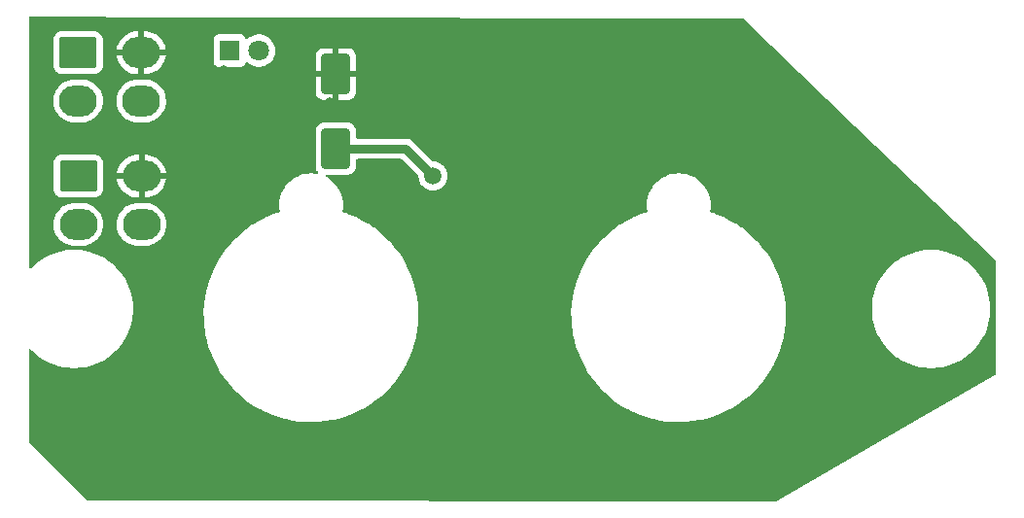
<source format=gbr>
%TF.GenerationSoftware,KiCad,Pcbnew,(6.0.9)*%
%TF.CreationDate,2022-12-26T23:41:22-09:00*%
%TF.ProjectId,PCB_ ANT SEL PANEL,5043422c-2041-44e5-9420-53454c205041,rev?*%
%TF.SameCoordinates,Original*%
%TF.FileFunction,Copper,L2,Bot*%
%TF.FilePolarity,Positive*%
%FSLAX46Y46*%
G04 Gerber Fmt 4.6, Leading zero omitted, Abs format (unit mm)*
G04 Created by KiCad (PCBNEW (6.0.9)) date 2022-12-26 23:41:22*
%MOMM*%
%LPD*%
G01*
G04 APERTURE LIST*
G04 Aperture macros list*
%AMRoundRect*
0 Rectangle with rounded corners*
0 $1 Rounding radius*
0 $2 $3 $4 $5 $6 $7 $8 $9 X,Y pos of 4 corners*
0 Add a 4 corners polygon primitive as box body*
4,1,4,$2,$3,$4,$5,$6,$7,$8,$9,$2,$3,0*
0 Add four circle primitives for the rounded corners*
1,1,$1+$1,$2,$3*
1,1,$1+$1,$4,$5*
1,1,$1+$1,$6,$7*
1,1,$1+$1,$8,$9*
0 Add four rect primitives between the rounded corners*
20,1,$1+$1,$2,$3,$4,$5,0*
20,1,$1+$1,$4,$5,$6,$7,0*
20,1,$1+$1,$6,$7,$8,$9,0*
20,1,$1+$1,$8,$9,$2,$3,0*%
G04 Aperture macros list end*
%TA.AperFunction,SMDPad,CuDef*%
%ADD10RoundRect,0.250000X1.000000X-1.500000X1.000000X1.500000X-1.000000X1.500000X-1.000000X-1.500000X0*%
%TD*%
%TA.AperFunction,ComponentPad*%
%ADD11RoundRect,0.250001X-1.399999X1.099999X-1.399999X-1.099999X1.399999X-1.099999X1.399999X1.099999X0*%
%TD*%
%TA.AperFunction,ComponentPad*%
%ADD12O,3.300000X2.700000*%
%TD*%
%TA.AperFunction,ComponentPad*%
%ADD13R,1.800000X1.800000*%
%TD*%
%TA.AperFunction,ComponentPad*%
%ADD14C,1.800000*%
%TD*%
%TA.AperFunction,ViaPad*%
%ADD15C,0.800000*%
%TD*%
%TA.AperFunction,ViaPad*%
%ADD16C,1.500000*%
%TD*%
%TA.AperFunction,Conductor*%
%ADD17C,0.750000*%
%TD*%
G04 APERTURE END LIST*
D10*
%TO.P,C1,1*%
%TO.N,/LED+5V*%
X104850000Y-50300000D03*
%TO.P,C1,2*%
%TO.N,/LEDGND*%
X104850000Y-43800000D03*
%TD*%
D11*
%TO.P,J1,1,Pin_1*%
%TO.N,/LED+5V*%
X82405220Y-41937940D03*
D12*
%TO.P,J1,2,Pin_2*%
X82405220Y-46137940D03*
%TO.P,J1,3,Pin_3*%
%TO.N,/LEDGND*%
X87905220Y-41937940D03*
%TO.P,J1,4,Pin_4*%
%TO.N,/DATAIN*%
X87905220Y-46137940D03*
%TD*%
D11*
%TO.P,J2,1,Pin_1*%
%TO.N,/LED+5V*%
X82430620Y-52689760D03*
D12*
%TO.P,J2,2,Pin_2*%
X82430620Y-56889760D03*
%TO.P,J2,3,Pin_3*%
%TO.N,/LEDGND*%
X87930620Y-52689760D03*
%TO.P,J2,4,Pin_4*%
%TO.N,/DATAOUT*%
X87930620Y-56889760D03*
%TD*%
D13*
%TO.P,D14,1,K*%
%TO.N,Net-(D14-Pad1)*%
X95610000Y-41750000D03*
D14*
%TO.P,D14,2,A*%
%TO.N,/LED+5V*%
X98150000Y-41750000D03*
%TD*%
D15*
%TO.N,/LEDGND*%
X95074740Y-43426380D03*
X138897360Y-50360580D03*
X104294940Y-46222920D03*
X127589280Y-44663360D03*
X127073660Y-51531520D03*
X144447260Y-56715660D03*
X133728460Y-78181200D03*
X97840800Y-46743620D03*
X93078300Y-72771000D03*
X120291860Y-44602400D03*
X112623600Y-44361100D03*
X112524240Y-47086820D03*
X144505680Y-76344780D03*
X101510200Y-78842500D03*
X110837980Y-77518260D03*
D16*
%TO.N,/LED+5V*%
X113309400Y-52677060D03*
%TD*%
D17*
%TO.N,/LED+5V*%
X113309400Y-52677060D02*
X113309400Y-52677060D01*
X104850000Y-50300000D02*
X104850000Y-50910560D01*
X110932340Y-50300000D02*
X113309400Y-52677060D01*
X104850000Y-50300000D02*
X110932340Y-50300000D01*
%TD*%
%TA.AperFunction,Conductor*%
%TO.N,/LEDGND*%
G36*
X91562860Y-38836271D02*
G01*
X140194902Y-38932994D01*
X140262982Y-38953132D01*
X140281800Y-38967993D01*
X150060644Y-48332928D01*
X162215443Y-59973251D01*
X162266649Y-60022290D01*
X162302013Y-60083853D01*
X162305500Y-60113291D01*
X162305500Y-69939814D01*
X162285498Y-70007935D01*
X162242227Y-70049090D01*
X155879737Y-73701325D01*
X143149810Y-81008634D01*
X143086979Y-81025358D01*
X83320087Y-80974921D01*
X83251984Y-80954861D01*
X83231302Y-80938219D01*
X78145608Y-75875633D01*
X78111441Y-75813399D01*
X78108500Y-75786335D01*
X78108500Y-67890664D01*
X78128502Y-67822543D01*
X78182158Y-67776050D01*
X78252432Y-67765946D01*
X78317012Y-67795440D01*
X78327394Y-67805538D01*
X78415048Y-67901195D01*
X78417068Y-67903046D01*
X78744613Y-68203185D01*
X78744621Y-68203192D01*
X78746649Y-68205050D01*
X78748841Y-68206732D01*
X79101290Y-68477177D01*
X79101302Y-68477185D01*
X79103470Y-68478849D01*
X79482797Y-68720507D01*
X79881742Y-68928184D01*
X80297269Y-69100302D01*
X80570632Y-69186493D01*
X80723593Y-69234721D01*
X80723600Y-69234723D01*
X80726217Y-69235548D01*
X80728902Y-69236143D01*
X80728901Y-69236143D01*
X81162621Y-69332297D01*
X81162624Y-69332298D01*
X81165319Y-69332895D01*
X81168049Y-69333254D01*
X81168058Y-69333256D01*
X81388277Y-69362248D01*
X81611235Y-69391601D01*
X81880026Y-69403336D01*
X81943618Y-69406113D01*
X81943623Y-69406113D01*
X81944995Y-69406173D01*
X82176145Y-69406173D01*
X82177517Y-69406113D01*
X82177522Y-69406113D01*
X82241114Y-69403336D01*
X82509905Y-69391601D01*
X82732863Y-69362248D01*
X82953082Y-69333256D01*
X82953091Y-69333254D01*
X82955821Y-69332895D01*
X82958516Y-69332298D01*
X82958519Y-69332297D01*
X83392239Y-69236143D01*
X83392238Y-69236143D01*
X83394923Y-69235548D01*
X83397540Y-69234723D01*
X83397547Y-69234721D01*
X83550508Y-69186493D01*
X83823871Y-69100302D01*
X84239398Y-68928184D01*
X84638343Y-68720507D01*
X85017670Y-68478849D01*
X85019838Y-68477185D01*
X85019850Y-68477177D01*
X85372299Y-68206732D01*
X85374491Y-68205050D01*
X85376519Y-68203192D01*
X85376527Y-68203185D01*
X85704072Y-67903046D01*
X85706092Y-67901195D01*
X85820766Y-67776050D01*
X86008082Y-67571630D01*
X86008089Y-67571622D01*
X86009947Y-67569594D01*
X86184279Y-67342401D01*
X86282074Y-67214953D01*
X86282082Y-67214941D01*
X86283746Y-67212773D01*
X86525404Y-66833446D01*
X86733081Y-66434501D01*
X86905199Y-66018974D01*
X87040445Y-65590026D01*
X87137792Y-65150924D01*
X87162717Y-64961604D01*
X87196137Y-64707747D01*
X87196498Y-64705008D01*
X87202491Y-64567746D01*
X93344613Y-64567746D01*
X93351465Y-65171755D01*
X93397282Y-65774062D01*
X93397566Y-65776067D01*
X93397566Y-65776071D01*
X93452241Y-66162652D01*
X93481871Y-66372157D01*
X93482285Y-66374147D01*
X93482287Y-66374159D01*
X93577310Y-66830998D01*
X93604880Y-66963547D01*
X93765797Y-67545766D01*
X93842256Y-67765946D01*
X93895499Y-67919268D01*
X93963950Y-68116388D01*
X94198514Y-68673032D01*
X94468510Y-69213380D01*
X94469525Y-69215120D01*
X94469528Y-69215126D01*
X94666161Y-69552298D01*
X94772813Y-69735177D01*
X95110155Y-70236250D01*
X95111391Y-70237852D01*
X95111396Y-70237859D01*
X95232362Y-70394653D01*
X95479129Y-70714509D01*
X95480468Y-70716030D01*
X95480475Y-70716039D01*
X95832209Y-71115705D01*
X95878197Y-71167960D01*
X96305696Y-71594713D01*
X96759843Y-71992989D01*
X96761432Y-71994210D01*
X96761446Y-71994222D01*
X97060247Y-72223914D01*
X97238745Y-72361128D01*
X97740406Y-72697595D01*
X97742144Y-72698605D01*
X97742156Y-72698612D01*
X98085843Y-72898241D01*
X98262733Y-73000987D01*
X98264526Y-73001879D01*
X98264539Y-73001886D01*
X98746279Y-73241547D01*
X98803551Y-73270040D01*
X98805431Y-73270828D01*
X98805439Y-73270832D01*
X99172708Y-73424840D01*
X99360604Y-73503631D01*
X99362504Y-73504287D01*
X99362509Y-73504289D01*
X99929662Y-73700129D01*
X99929667Y-73700131D01*
X99931571Y-73700788D01*
X99933516Y-73701322D01*
X99933526Y-73701325D01*
X100297139Y-73801139D01*
X100514070Y-73860689D01*
X100516076Y-73861103D01*
X100516086Y-73861105D01*
X101103684Y-73982255D01*
X101105673Y-73982665D01*
X101703916Y-74066211D01*
X102306302Y-74110976D01*
X102458932Y-74114173D01*
X102853152Y-74114173D01*
X102854129Y-74114141D01*
X102854157Y-74114141D01*
X103299770Y-74099748D01*
X103299780Y-74099747D01*
X103301803Y-74099682D01*
X103903018Y-74041261D01*
X103905005Y-74040937D01*
X103905008Y-74040937D01*
X104497198Y-73944493D01*
X104497203Y-73944492D01*
X104499211Y-73944165D01*
X104670506Y-73904776D01*
X105085900Y-73809257D01*
X105085907Y-73809255D01*
X105087895Y-73808798D01*
X105666617Y-73635723D01*
X106024868Y-73502847D01*
X106231071Y-73426366D01*
X106231078Y-73426363D01*
X106232963Y-73425664D01*
X106579906Y-73270832D01*
X106782707Y-73180327D01*
X106782713Y-73180324D01*
X106784573Y-73179494D01*
X106786378Y-73178544D01*
X106786389Y-73178539D01*
X107125787Y-72999973D01*
X107319148Y-72898241D01*
X107834458Y-72583076D01*
X108328356Y-72235315D01*
X108798782Y-71856406D01*
X109243777Y-71447929D01*
X109661483Y-71011586D01*
X109662793Y-71010028D01*
X110048861Y-70550745D01*
X110048867Y-70550738D01*
X110050161Y-70549198D01*
X110408190Y-70062692D01*
X110734077Y-69554095D01*
X110985101Y-69100302D01*
X111025478Y-69027310D01*
X111025482Y-69027303D01*
X111026464Y-69025527D01*
X111027333Y-69023685D01*
X111283257Y-68481050D01*
X111283261Y-68481041D01*
X111284132Y-68479194D01*
X111506006Y-67917371D01*
X111625673Y-67545766D01*
X111690545Y-67344318D01*
X111690548Y-67344309D01*
X111691162Y-67342401D01*
X111691656Y-67340443D01*
X111838334Y-66758646D01*
X111838337Y-66758634D01*
X111838829Y-66756681D01*
X111948389Y-66162652D01*
X111965395Y-66018974D01*
X112019151Y-65564788D01*
X112019152Y-65564781D01*
X112019387Y-65562792D01*
X112051527Y-64959600D01*
X112047082Y-64567746D01*
X125348613Y-64567746D01*
X125355465Y-65171755D01*
X125401282Y-65774062D01*
X125401566Y-65776067D01*
X125401566Y-65776071D01*
X125456241Y-66162652D01*
X125485871Y-66372157D01*
X125486285Y-66374147D01*
X125486287Y-66374159D01*
X125581310Y-66830998D01*
X125608880Y-66963547D01*
X125769797Y-67545766D01*
X125846256Y-67765946D01*
X125899499Y-67919268D01*
X125967950Y-68116388D01*
X126202514Y-68673032D01*
X126472510Y-69213380D01*
X126473525Y-69215120D01*
X126473528Y-69215126D01*
X126670161Y-69552298D01*
X126776813Y-69735177D01*
X127114155Y-70236250D01*
X127115391Y-70237852D01*
X127115396Y-70237859D01*
X127236362Y-70394653D01*
X127483129Y-70714509D01*
X127484468Y-70716030D01*
X127484475Y-70716039D01*
X127836209Y-71115705D01*
X127882197Y-71167960D01*
X128309696Y-71594713D01*
X128763843Y-71992989D01*
X128765432Y-71994210D01*
X128765446Y-71994222D01*
X129064247Y-72223914D01*
X129242745Y-72361128D01*
X129744406Y-72697595D01*
X129746144Y-72698605D01*
X129746156Y-72698612D01*
X130089843Y-72898241D01*
X130266733Y-73000987D01*
X130268526Y-73001879D01*
X130268539Y-73001886D01*
X130750279Y-73241547D01*
X130807551Y-73270040D01*
X130809431Y-73270828D01*
X130809439Y-73270832D01*
X131176708Y-73424840D01*
X131364604Y-73503631D01*
X131366504Y-73504287D01*
X131366509Y-73504289D01*
X131933662Y-73700129D01*
X131933667Y-73700131D01*
X131935571Y-73700788D01*
X131937516Y-73701322D01*
X131937526Y-73701325D01*
X132301139Y-73801139D01*
X132518070Y-73860689D01*
X132520076Y-73861103D01*
X132520086Y-73861105D01*
X133107684Y-73982255D01*
X133109673Y-73982665D01*
X133707916Y-74066211D01*
X134310302Y-74110976D01*
X134462932Y-74114173D01*
X134857152Y-74114173D01*
X134858129Y-74114141D01*
X134858157Y-74114141D01*
X135303770Y-74099748D01*
X135303780Y-74099747D01*
X135305803Y-74099682D01*
X135907018Y-74041261D01*
X135909005Y-74040937D01*
X135909008Y-74040937D01*
X136501198Y-73944493D01*
X136501203Y-73944492D01*
X136503211Y-73944165D01*
X136674506Y-73904776D01*
X137089900Y-73809257D01*
X137089907Y-73809255D01*
X137091895Y-73808798D01*
X137670617Y-73635723D01*
X138028868Y-73502847D01*
X138235071Y-73426366D01*
X138235078Y-73426363D01*
X138236963Y-73425664D01*
X138583906Y-73270832D01*
X138786707Y-73180327D01*
X138786713Y-73180324D01*
X138788573Y-73179494D01*
X138790378Y-73178544D01*
X138790389Y-73178539D01*
X139129787Y-72999973D01*
X139323148Y-72898241D01*
X139838458Y-72583076D01*
X140332356Y-72235315D01*
X140802782Y-71856406D01*
X141247777Y-71447929D01*
X141665483Y-71011586D01*
X141666793Y-71010028D01*
X142052861Y-70550745D01*
X142052867Y-70550738D01*
X142054161Y-70549198D01*
X142412190Y-70062692D01*
X142738077Y-69554095D01*
X142989101Y-69100302D01*
X143029478Y-69027310D01*
X143029482Y-69027303D01*
X143030464Y-69025527D01*
X143031333Y-69023685D01*
X143287257Y-68481050D01*
X143287261Y-68481041D01*
X143288132Y-68479194D01*
X143510006Y-67917371D01*
X143629673Y-67545766D01*
X143694545Y-67344318D01*
X143694548Y-67344309D01*
X143695162Y-67342401D01*
X143695656Y-67340443D01*
X143842334Y-66758646D01*
X143842337Y-66758634D01*
X143842829Y-66756681D01*
X143952389Y-66162652D01*
X143969395Y-66018974D01*
X144023151Y-65564788D01*
X144023152Y-65564781D01*
X144023387Y-65562792D01*
X144055527Y-64959600D01*
X144048675Y-64355591D01*
X144041284Y-64258422D01*
X144041075Y-64255673D01*
X151517524Y-64255673D01*
X151537142Y-64705008D01*
X151537503Y-64707747D01*
X151570924Y-64961604D01*
X151595848Y-65150924D01*
X151693195Y-65590026D01*
X151828441Y-66018974D01*
X152000559Y-66434501D01*
X152208236Y-66833446D01*
X152449894Y-67212773D01*
X152451558Y-67214941D01*
X152451566Y-67214953D01*
X152549361Y-67342401D01*
X152723693Y-67569594D01*
X152725551Y-67571622D01*
X152725558Y-67571630D01*
X152912874Y-67776050D01*
X153027548Y-67901195D01*
X153029568Y-67903046D01*
X153357113Y-68203185D01*
X153357121Y-68203192D01*
X153359149Y-68205050D01*
X153361341Y-68206732D01*
X153713790Y-68477177D01*
X153713802Y-68477185D01*
X153715970Y-68478849D01*
X154095297Y-68720507D01*
X154494242Y-68928184D01*
X154909769Y-69100302D01*
X155183132Y-69186493D01*
X155336093Y-69234721D01*
X155336100Y-69234723D01*
X155338717Y-69235548D01*
X155341402Y-69236143D01*
X155341401Y-69236143D01*
X155775121Y-69332297D01*
X155775124Y-69332298D01*
X155777819Y-69332895D01*
X155780549Y-69333254D01*
X155780558Y-69333256D01*
X156000777Y-69362248D01*
X156223735Y-69391601D01*
X156492526Y-69403336D01*
X156556118Y-69406113D01*
X156556123Y-69406113D01*
X156557495Y-69406173D01*
X156788645Y-69406173D01*
X156790017Y-69406113D01*
X156790022Y-69406113D01*
X156853614Y-69403336D01*
X157122405Y-69391601D01*
X157345363Y-69362248D01*
X157565582Y-69333256D01*
X157565591Y-69333254D01*
X157568321Y-69332895D01*
X157571016Y-69332298D01*
X157571019Y-69332297D01*
X158004739Y-69236143D01*
X158004738Y-69236143D01*
X158007423Y-69235548D01*
X158010040Y-69234723D01*
X158010047Y-69234721D01*
X158163008Y-69186493D01*
X158436371Y-69100302D01*
X158851898Y-68928184D01*
X159250843Y-68720507D01*
X159630170Y-68478849D01*
X159632338Y-68477185D01*
X159632350Y-68477177D01*
X159984799Y-68206732D01*
X159986991Y-68205050D01*
X159989019Y-68203192D01*
X159989027Y-68203185D01*
X160316572Y-67903046D01*
X160318592Y-67901195D01*
X160433266Y-67776050D01*
X160620582Y-67571630D01*
X160620589Y-67571622D01*
X160622447Y-67569594D01*
X160796779Y-67342401D01*
X160894574Y-67214953D01*
X160894582Y-67214941D01*
X160896246Y-67212773D01*
X161137904Y-66833446D01*
X161345581Y-66434501D01*
X161517699Y-66018974D01*
X161652945Y-65590026D01*
X161750292Y-65150924D01*
X161775217Y-64961604D01*
X161808637Y-64707747D01*
X161808998Y-64705008D01*
X161828616Y-64255673D01*
X161808998Y-63806338D01*
X161751120Y-63366710D01*
X161750653Y-63363161D01*
X161750651Y-63363152D01*
X161750292Y-63360422D01*
X161652945Y-62921320D01*
X161517699Y-62492372D01*
X161345581Y-62076845D01*
X161137904Y-61677900D01*
X160896246Y-61298573D01*
X160894582Y-61296405D01*
X160894574Y-61296393D01*
X160624129Y-60943944D01*
X160622447Y-60941752D01*
X160620589Y-60939724D01*
X160620582Y-60939716D01*
X160320443Y-60612171D01*
X160318592Y-60610151D01*
X160198422Y-60500036D01*
X159989027Y-60308161D01*
X159989019Y-60308154D01*
X159986991Y-60306296D01*
X159735463Y-60113291D01*
X159632350Y-60034169D01*
X159632338Y-60034161D01*
X159630170Y-60032497D01*
X159250843Y-59790839D01*
X158851898Y-59583162D01*
X158436371Y-59411044D01*
X158163008Y-59324853D01*
X158010047Y-59276625D01*
X158010040Y-59276623D01*
X158007423Y-59275798D01*
X157923445Y-59257180D01*
X157571019Y-59179049D01*
X157571016Y-59179048D01*
X157568321Y-59178451D01*
X157565591Y-59178092D01*
X157565582Y-59178090D01*
X157345363Y-59149098D01*
X157122405Y-59119745D01*
X156853614Y-59108010D01*
X156790022Y-59105233D01*
X156790017Y-59105233D01*
X156788645Y-59105173D01*
X156557495Y-59105173D01*
X156556123Y-59105233D01*
X156556118Y-59105233D01*
X156492526Y-59108010D01*
X156223735Y-59119745D01*
X156000777Y-59149098D01*
X155780558Y-59178090D01*
X155780549Y-59178092D01*
X155777819Y-59178451D01*
X155775124Y-59179048D01*
X155775121Y-59179049D01*
X155422695Y-59257180D01*
X155338717Y-59275798D01*
X155336100Y-59276623D01*
X155336093Y-59276625D01*
X155183132Y-59324853D01*
X154909769Y-59411044D01*
X154494242Y-59583162D01*
X154095297Y-59790839D01*
X153715970Y-60032497D01*
X153713802Y-60034161D01*
X153713790Y-60034169D01*
X153610677Y-60113291D01*
X153359149Y-60306296D01*
X153357121Y-60308154D01*
X153357113Y-60308161D01*
X153147718Y-60500036D01*
X153027548Y-60610151D01*
X153025697Y-60612171D01*
X152725558Y-60939716D01*
X152725551Y-60939724D01*
X152723693Y-60941752D01*
X152722011Y-60943944D01*
X152451566Y-61296393D01*
X152451558Y-61296405D01*
X152449894Y-61298573D01*
X152208236Y-61677900D01*
X152000559Y-62076845D01*
X151828441Y-62492372D01*
X151693195Y-62921320D01*
X151595848Y-63360422D01*
X151595489Y-63363152D01*
X151595487Y-63363161D01*
X151595020Y-63366710D01*
X151537142Y-63806338D01*
X151517524Y-64255673D01*
X144041075Y-64255673D01*
X144018777Y-63962558D01*
X144002858Y-63753284D01*
X143948185Y-63366710D01*
X143918557Y-63157224D01*
X143918556Y-63157218D01*
X143918269Y-63155189D01*
X143869625Y-62921320D01*
X143795674Y-62565788D01*
X143795672Y-62565780D01*
X143795260Y-62563799D01*
X143690020Y-62183028D01*
X143634887Y-61983547D01*
X143634884Y-61983537D01*
X143634343Y-61981580D01*
X143505300Y-61609975D01*
X143436854Y-61412869D01*
X143436850Y-61412858D01*
X143436190Y-61410958D01*
X143201626Y-60854314D01*
X142931630Y-60313966D01*
X142627327Y-59792169D01*
X142289985Y-59291096D01*
X141921011Y-58812837D01*
X141919672Y-58811316D01*
X141919665Y-58811307D01*
X141523278Y-58360903D01*
X141521943Y-58359386D01*
X141094444Y-57932633D01*
X140760576Y-57639839D01*
X140641816Y-57535689D01*
X140641814Y-57535687D01*
X140640297Y-57534357D01*
X140638708Y-57533136D01*
X140638694Y-57533124D01*
X140206029Y-57200529D01*
X140161395Y-57166218D01*
X139659734Y-56829751D01*
X139657996Y-56828741D01*
X139657984Y-56828734D01*
X139139153Y-56527373D01*
X139139149Y-56527371D01*
X139137407Y-56526359D01*
X139135614Y-56525467D01*
X139135601Y-56525460D01*
X138598408Y-56258211D01*
X138596589Y-56257306D01*
X138594709Y-56256518D01*
X138594701Y-56256514D01*
X138041406Y-56024499D01*
X138041402Y-56024497D01*
X138039536Y-56023715D01*
X138037636Y-56023059D01*
X138037631Y-56023057D01*
X137766723Y-55929512D01*
X137532240Y-55848544D01*
X137474378Y-55807403D01*
X137447944Y-55741511D01*
X137449535Y-55706159D01*
X137470949Y-55592280D01*
X137471650Y-55588552D01*
X137493625Y-55253290D01*
X137475162Y-54917815D01*
X137416531Y-54586989D01*
X137415429Y-54583373D01*
X137415427Y-54583365D01*
X137319685Y-54269226D01*
X137319682Y-54269219D01*
X137318580Y-54265602D01*
X137182728Y-53958310D01*
X137180792Y-53955056D01*
X137180789Y-53955050D01*
X137012881Y-53672824D01*
X137012880Y-53672823D01*
X137010942Y-53669565D01*
X136994844Y-53648698D01*
X136808034Y-53406559D01*
X136805712Y-53403549D01*
X136803053Y-53400848D01*
X136803047Y-53400841D01*
X136572676Y-53166823D01*
X136572674Y-53166821D01*
X136570010Y-53164115D01*
X136307251Y-52954732D01*
X136021239Y-52778432D01*
X135716120Y-52637770D01*
X135712520Y-52636611D01*
X135712513Y-52636608D01*
X135399920Y-52535945D01*
X135399917Y-52535944D01*
X135396311Y-52534783D01*
X135392595Y-52534064D01*
X135392587Y-52534062D01*
X135070164Y-52471681D01*
X135070158Y-52471680D01*
X135066446Y-52470962D01*
X135062670Y-52470695D01*
X135062665Y-52470694D01*
X134956337Y-52463166D01*
X134801074Y-52452173D01*
X134617592Y-52452173D01*
X134615725Y-52452286D01*
X134615710Y-52452286D01*
X134370475Y-52467071D01*
X134370471Y-52467071D01*
X134366697Y-52467299D01*
X134362979Y-52467978D01*
X134362971Y-52467979D01*
X134141261Y-52508470D01*
X134036182Y-52527661D01*
X133715312Y-52627294D01*
X133711847Y-52628848D01*
X133711846Y-52628848D01*
X133694539Y-52636608D01*
X133408736Y-52764753D01*
X133120894Y-52938048D01*
X133117910Y-52940375D01*
X133117903Y-52940380D01*
X132858951Y-53142332D01*
X132855956Y-53144668D01*
X132617760Y-53381621D01*
X132409756Y-53645473D01*
X132407793Y-53648694D01*
X132407791Y-53648698D01*
X132333213Y-53771116D01*
X132234956Y-53932403D01*
X132233390Y-53935847D01*
X132233388Y-53935851D01*
X132097462Y-54234804D01*
X132097459Y-54234811D01*
X132095893Y-54238256D01*
X131994582Y-54558599D01*
X131932490Y-54888794D01*
X131910515Y-55224056D01*
X131928978Y-55559531D01*
X131954965Y-55706159D01*
X131955443Y-55708857D01*
X131947635Y-55779423D01*
X131902916Y-55834566D01*
X131867479Y-55851562D01*
X131733523Y-55891623D01*
X131731607Y-55892334D01*
X131731606Y-55892334D01*
X131169069Y-56100980D01*
X131169062Y-56100983D01*
X131167177Y-56101682D01*
X131063322Y-56148030D01*
X130617433Y-56347019D01*
X130617427Y-56347022D01*
X130615567Y-56347852D01*
X130613762Y-56348802D01*
X130613751Y-56348807D01*
X130520175Y-56398040D01*
X130080992Y-56629105D01*
X130079253Y-56630168D01*
X130079254Y-56630168D01*
X129585684Y-56932037D01*
X129565682Y-56944270D01*
X129071784Y-57292031D01*
X128601358Y-57670940D01*
X128156363Y-58079417D01*
X128154954Y-58080889D01*
X127802522Y-58449046D01*
X127738657Y-58515760D01*
X127737353Y-58517312D01*
X127737347Y-58517318D01*
X127487572Y-58814462D01*
X127349979Y-58978148D01*
X126991950Y-59464654D01*
X126666063Y-59973251D01*
X126665069Y-59975048D01*
X126482764Y-60304614D01*
X126373676Y-60501819D01*
X126372810Y-60503655D01*
X126372807Y-60503661D01*
X126165156Y-60943944D01*
X126116008Y-61048152D01*
X125894134Y-61609975D01*
X125893512Y-61611907D01*
X125742971Y-62079387D01*
X125708978Y-62184945D01*
X125708487Y-62186892D01*
X125708484Y-62186903D01*
X125632113Y-62489831D01*
X125561311Y-62770665D01*
X125451751Y-63364694D01*
X125451514Y-63366698D01*
X125451512Y-63366710D01*
X125399803Y-63803599D01*
X125380753Y-63964554D01*
X125348613Y-64567746D01*
X112047082Y-64567746D01*
X112044675Y-64355591D01*
X112037284Y-64258422D01*
X112014777Y-63962558D01*
X111998858Y-63753284D01*
X111944185Y-63366710D01*
X111914557Y-63157224D01*
X111914556Y-63157218D01*
X111914269Y-63155189D01*
X111865625Y-62921320D01*
X111791674Y-62565788D01*
X111791672Y-62565780D01*
X111791260Y-62563799D01*
X111686020Y-62183028D01*
X111630887Y-61983547D01*
X111630884Y-61983537D01*
X111630343Y-61981580D01*
X111501300Y-61609975D01*
X111432854Y-61412869D01*
X111432850Y-61412858D01*
X111432190Y-61410958D01*
X111197626Y-60854314D01*
X110927630Y-60313966D01*
X110623327Y-59792169D01*
X110285985Y-59291096D01*
X109917011Y-58812837D01*
X109915672Y-58811316D01*
X109915665Y-58811307D01*
X109519278Y-58360903D01*
X109517943Y-58359386D01*
X109090444Y-57932633D01*
X108756576Y-57639839D01*
X108637816Y-57535689D01*
X108637814Y-57535687D01*
X108636297Y-57534357D01*
X108634708Y-57533136D01*
X108634694Y-57533124D01*
X108202029Y-57200529D01*
X108157395Y-57166218D01*
X107655734Y-56829751D01*
X107653996Y-56828741D01*
X107653984Y-56828734D01*
X107135153Y-56527373D01*
X107135149Y-56527371D01*
X107133407Y-56526359D01*
X107131614Y-56525467D01*
X107131601Y-56525460D01*
X106594408Y-56258211D01*
X106592589Y-56257306D01*
X106590709Y-56256518D01*
X106590701Y-56256514D01*
X106037406Y-56024499D01*
X106037402Y-56024497D01*
X106035536Y-56023715D01*
X106033636Y-56023059D01*
X106033631Y-56023057D01*
X105762723Y-55929512D01*
X105528240Y-55848544D01*
X105470378Y-55807403D01*
X105443944Y-55741511D01*
X105445535Y-55706159D01*
X105466949Y-55592280D01*
X105467650Y-55588552D01*
X105489625Y-55253290D01*
X105471162Y-54917815D01*
X105412531Y-54586989D01*
X105411429Y-54583373D01*
X105411427Y-54583365D01*
X105315685Y-54269226D01*
X105315682Y-54269219D01*
X105314580Y-54265602D01*
X105178728Y-53958310D01*
X105176792Y-53955056D01*
X105176789Y-53955050D01*
X105008881Y-53672824D01*
X105008880Y-53672823D01*
X105006942Y-53669565D01*
X104990844Y-53648698D01*
X104804034Y-53406559D01*
X104801712Y-53403549D01*
X104799053Y-53400848D01*
X104799047Y-53400841D01*
X104568676Y-53166823D01*
X104568674Y-53166821D01*
X104566010Y-53164115D01*
X104303251Y-52954732D01*
X104038861Y-52791760D01*
X103991368Y-52738988D01*
X103979944Y-52668916D01*
X104008218Y-52603792D01*
X104067212Y-52564293D01*
X104104977Y-52558500D01*
X105900400Y-52558500D01*
X105903646Y-52558163D01*
X105903650Y-52558163D01*
X105999308Y-52548238D01*
X105999312Y-52548237D01*
X106006166Y-52547526D01*
X106012702Y-52545345D01*
X106012704Y-52545345D01*
X106166998Y-52493868D01*
X106173946Y-52491550D01*
X106324348Y-52398478D01*
X106449305Y-52273303D01*
X106453146Y-52267072D01*
X106538275Y-52128968D01*
X106538276Y-52128966D01*
X106542115Y-52122738D01*
X106597797Y-51954861D01*
X106608500Y-51850400D01*
X106608500Y-51309500D01*
X106628502Y-51241379D01*
X106682158Y-51194886D01*
X106734500Y-51183500D01*
X110514192Y-51183500D01*
X110582313Y-51203502D01*
X110603287Y-51220405D01*
X112012336Y-52629454D01*
X112046362Y-52691766D01*
X112048762Y-52707568D01*
X112065285Y-52896431D01*
X112122280Y-53109136D01*
X112147917Y-53164115D01*
X112213018Y-53303726D01*
X112213021Y-53303731D01*
X112215344Y-53308713D01*
X112218500Y-53313220D01*
X112218501Y-53313222D01*
X112307019Y-53439638D01*
X112341651Y-53489098D01*
X112497362Y-53644809D01*
X112677746Y-53771116D01*
X112877324Y-53864180D01*
X113090029Y-53921175D01*
X113309400Y-53940367D01*
X113528771Y-53921175D01*
X113741476Y-53864180D01*
X113941054Y-53771116D01*
X114121438Y-53644809D01*
X114277149Y-53489098D01*
X114311782Y-53439638D01*
X114400299Y-53313222D01*
X114400300Y-53313220D01*
X114403456Y-53308713D01*
X114405779Y-53303731D01*
X114405782Y-53303726D01*
X114470883Y-53164115D01*
X114496520Y-53109136D01*
X114553515Y-52896431D01*
X114572707Y-52677060D01*
X114553515Y-52457689D01*
X114496520Y-52244984D01*
X114438986Y-52121602D01*
X114405782Y-52050394D01*
X114405779Y-52050389D01*
X114403456Y-52045407D01*
X114336167Y-51949308D01*
X114280308Y-51869533D01*
X114280306Y-51869530D01*
X114277149Y-51865022D01*
X114121438Y-51709311D01*
X113941054Y-51583004D01*
X113741476Y-51489940D01*
X113528771Y-51432945D01*
X113339908Y-51416422D01*
X113273789Y-51390559D01*
X113261794Y-51379996D01*
X111613252Y-49731454D01*
X111600415Y-49716426D01*
X111592525Y-49705566D01*
X111543156Y-49661114D01*
X111538371Y-49656573D01*
X111524326Y-49642528D01*
X111521749Y-49640441D01*
X111508894Y-49630031D01*
X111503878Y-49625747D01*
X111459420Y-49585717D01*
X111459415Y-49585713D01*
X111454509Y-49581296D01*
X111442892Y-49574589D01*
X111426599Y-49563391D01*
X111421311Y-49559109D01*
X111416179Y-49554953D01*
X111356977Y-49524787D01*
X111351207Y-49521654D01*
X111299395Y-49491740D01*
X111299390Y-49491738D01*
X111293671Y-49488436D01*
X111287391Y-49486395D01*
X111287383Y-49486392D01*
X111280919Y-49484292D01*
X111262657Y-49476728D01*
X111256591Y-49473637D01*
X111256582Y-49473634D01*
X111250703Y-49470638D01*
X111240012Y-49467773D01*
X111186536Y-49453444D01*
X111180234Y-49451578D01*
X111117042Y-49431046D01*
X111103712Y-49429645D01*
X111084269Y-49426042D01*
X111071311Y-49422570D01*
X111064721Y-49422225D01*
X111064717Y-49422224D01*
X111020767Y-49419921D01*
X111004968Y-49419093D01*
X110998409Y-49418577D01*
X110978646Y-49416500D01*
X110958785Y-49416500D01*
X110952190Y-49416327D01*
X110892438Y-49413195D01*
X110892434Y-49413195D01*
X110885847Y-49412850D01*
X110872593Y-49414949D01*
X110852884Y-49416500D01*
X106734500Y-49416500D01*
X106666379Y-49396498D01*
X106619886Y-49342842D01*
X106608500Y-49290500D01*
X106608500Y-48749600D01*
X106597526Y-48643834D01*
X106541550Y-48476054D01*
X106448478Y-48325652D01*
X106323303Y-48200695D01*
X106317072Y-48196854D01*
X106178968Y-48111725D01*
X106178966Y-48111724D01*
X106172738Y-48107885D01*
X106012254Y-48054655D01*
X106011389Y-48054368D01*
X106011387Y-48054368D01*
X106004861Y-48052203D01*
X105998025Y-48051503D01*
X105998022Y-48051502D01*
X105954969Y-48047091D01*
X105900400Y-48041500D01*
X103799600Y-48041500D01*
X103796354Y-48041837D01*
X103796350Y-48041837D01*
X103700692Y-48051762D01*
X103700688Y-48051763D01*
X103693834Y-48052474D01*
X103687298Y-48054655D01*
X103687296Y-48054655D01*
X103555194Y-48098728D01*
X103526054Y-48108450D01*
X103375652Y-48201522D01*
X103250695Y-48326697D01*
X103157885Y-48477262D01*
X103102203Y-48645139D01*
X103091500Y-48749600D01*
X103091500Y-51850400D01*
X103091837Y-51853646D01*
X103091837Y-51853650D01*
X103101651Y-51948232D01*
X103102474Y-51956166D01*
X103158450Y-52123946D01*
X103251522Y-52274348D01*
X103256703Y-52279520D01*
X103259813Y-52283444D01*
X103286448Y-52349255D01*
X103273276Y-52419019D01*
X103224477Y-52470586D01*
X103155545Y-52487585D01*
X103137136Y-52485413D01*
X103062446Y-52470962D01*
X103058670Y-52470695D01*
X103058665Y-52470694D01*
X102952337Y-52463166D01*
X102797074Y-52452173D01*
X102613592Y-52452173D01*
X102611725Y-52452286D01*
X102611710Y-52452286D01*
X102366475Y-52467071D01*
X102366471Y-52467071D01*
X102362697Y-52467299D01*
X102358979Y-52467978D01*
X102358971Y-52467979D01*
X102137261Y-52508470D01*
X102032182Y-52527661D01*
X101711312Y-52627294D01*
X101707847Y-52628848D01*
X101707846Y-52628848D01*
X101690539Y-52636608D01*
X101404736Y-52764753D01*
X101116894Y-52938048D01*
X101113910Y-52940375D01*
X101113903Y-52940380D01*
X100854951Y-53142332D01*
X100851956Y-53144668D01*
X100613760Y-53381621D01*
X100405756Y-53645473D01*
X100403793Y-53648694D01*
X100403791Y-53648698D01*
X100329213Y-53771116D01*
X100230956Y-53932403D01*
X100229390Y-53935847D01*
X100229388Y-53935851D01*
X100093462Y-54234804D01*
X100093459Y-54234811D01*
X100091893Y-54238256D01*
X99990582Y-54558599D01*
X99928490Y-54888794D01*
X99906515Y-55224056D01*
X99924978Y-55559531D01*
X99950965Y-55706159D01*
X99951443Y-55708857D01*
X99943635Y-55779423D01*
X99898916Y-55834566D01*
X99863479Y-55851562D01*
X99729523Y-55891623D01*
X99727607Y-55892334D01*
X99727606Y-55892334D01*
X99165069Y-56100980D01*
X99165062Y-56100983D01*
X99163177Y-56101682D01*
X99059322Y-56148030D01*
X98613433Y-56347019D01*
X98613427Y-56347022D01*
X98611567Y-56347852D01*
X98609762Y-56348802D01*
X98609751Y-56348807D01*
X98516175Y-56398040D01*
X98076992Y-56629105D01*
X98075253Y-56630168D01*
X98075254Y-56630168D01*
X97581684Y-56932037D01*
X97561682Y-56944270D01*
X97067784Y-57292031D01*
X96597358Y-57670940D01*
X96152363Y-58079417D01*
X96150954Y-58080889D01*
X95798522Y-58449046D01*
X95734657Y-58515760D01*
X95733353Y-58517312D01*
X95733347Y-58517318D01*
X95483572Y-58814462D01*
X95345979Y-58978148D01*
X94987950Y-59464654D01*
X94662063Y-59973251D01*
X94661069Y-59975048D01*
X94478764Y-60304614D01*
X94369676Y-60501819D01*
X94368810Y-60503655D01*
X94368807Y-60503661D01*
X94161156Y-60943944D01*
X94112008Y-61048152D01*
X93890134Y-61609975D01*
X93889512Y-61611907D01*
X93738971Y-62079387D01*
X93704978Y-62184945D01*
X93704487Y-62186892D01*
X93704484Y-62186903D01*
X93628113Y-62489831D01*
X93557311Y-62770665D01*
X93447751Y-63364694D01*
X93447514Y-63366698D01*
X93447512Y-63366710D01*
X93395803Y-63803599D01*
X93376753Y-63964554D01*
X93344613Y-64567746D01*
X87202491Y-64567746D01*
X87216116Y-64255673D01*
X87196498Y-63806338D01*
X87138620Y-63366710D01*
X87138153Y-63363161D01*
X87138151Y-63363152D01*
X87137792Y-63360422D01*
X87040445Y-62921320D01*
X86905199Y-62492372D01*
X86733081Y-62076845D01*
X86525404Y-61677900D01*
X86283746Y-61298573D01*
X86282082Y-61296405D01*
X86282074Y-61296393D01*
X86011629Y-60943944D01*
X86009947Y-60941752D01*
X86008089Y-60939724D01*
X86008082Y-60939716D01*
X85707943Y-60612171D01*
X85706092Y-60610151D01*
X85585922Y-60500036D01*
X85376527Y-60308161D01*
X85376519Y-60308154D01*
X85374491Y-60306296D01*
X85122963Y-60113291D01*
X85019850Y-60034169D01*
X85019838Y-60034161D01*
X85017670Y-60032497D01*
X84638343Y-59790839D01*
X84239398Y-59583162D01*
X83823871Y-59411044D01*
X83550508Y-59324853D01*
X83397547Y-59276625D01*
X83397540Y-59276623D01*
X83394923Y-59275798D01*
X83310945Y-59257180D01*
X82958519Y-59179049D01*
X82958516Y-59179048D01*
X82955821Y-59178451D01*
X82953091Y-59178092D01*
X82953082Y-59178090D01*
X82732863Y-59149098D01*
X82509905Y-59119745D01*
X82241114Y-59108010D01*
X82177522Y-59105233D01*
X82177517Y-59105233D01*
X82176145Y-59105173D01*
X81944995Y-59105173D01*
X81943623Y-59105233D01*
X81943618Y-59105233D01*
X81880026Y-59108010D01*
X81611235Y-59119745D01*
X81388277Y-59149098D01*
X81168058Y-59178090D01*
X81168049Y-59178092D01*
X81165319Y-59178451D01*
X81162624Y-59179048D01*
X81162621Y-59179049D01*
X80810195Y-59257180D01*
X80726217Y-59275798D01*
X80723600Y-59276623D01*
X80723593Y-59276625D01*
X80570632Y-59324853D01*
X80297269Y-59411044D01*
X79881742Y-59583162D01*
X79482797Y-59790839D01*
X79103470Y-60032497D01*
X79101302Y-60034161D01*
X79101290Y-60034169D01*
X78998177Y-60113291D01*
X78746649Y-60306296D01*
X78744621Y-60308154D01*
X78744613Y-60308161D01*
X78535218Y-60500036D01*
X78415048Y-60610151D01*
X78332242Y-60700519D01*
X78327397Y-60705806D01*
X78266629Y-60742517D01*
X78195659Y-60740546D01*
X78137022Y-60700519D01*
X78109333Y-60635145D01*
X78108500Y-60620682D01*
X78108500Y-56932037D01*
X80267629Y-56932037D01*
X80293245Y-57200529D01*
X80294330Y-57204963D01*
X80294331Y-57204969D01*
X80356265Y-57458072D01*
X80357351Y-57462510D01*
X80458605Y-57712493D01*
X80594885Y-57945242D01*
X80597738Y-57948809D01*
X80715306Y-58095820D01*
X80763336Y-58155879D01*
X80960429Y-58339994D01*
X81182036Y-58493728D01*
X81186119Y-58495759D01*
X81186122Y-58495761D01*
X81223363Y-58514288D01*
X81423514Y-58613861D01*
X81427848Y-58615282D01*
X81427851Y-58615283D01*
X81675473Y-58696458D01*
X81675479Y-58696459D01*
X81679806Y-58697878D01*
X81684297Y-58698658D01*
X81684298Y-58698658D01*
X81941760Y-58743361D01*
X81941768Y-58743362D01*
X81945541Y-58744017D01*
X81949378Y-58744208D01*
X82029198Y-58748182D01*
X82029206Y-58748182D01*
X82030769Y-58748260D01*
X82799132Y-58748260D01*
X82801400Y-58748095D01*
X82801412Y-58748095D01*
X82932504Y-58738583D01*
X82999624Y-58733713D01*
X83004079Y-58732729D01*
X83004082Y-58732729D01*
X83258532Y-58676551D01*
X83258536Y-58676550D01*
X83262992Y-58675566D01*
X83389100Y-58627788D01*
X83510938Y-58581628D01*
X83510941Y-58581627D01*
X83515208Y-58580010D01*
X83750988Y-58449046D01*
X83965393Y-58285417D01*
X84153932Y-58092552D01*
X84312654Y-57874490D01*
X84395810Y-57716436D01*
X84436110Y-57639839D01*
X84436113Y-57639833D01*
X84438235Y-57635799D01*
X84500998Y-57458072D01*
X84526522Y-57385793D01*
X84526522Y-57385792D01*
X84528045Y-57381480D01*
X84564607Y-57195977D01*
X84579320Y-57121332D01*
X84579321Y-57121326D01*
X84580201Y-57116860D01*
X84589402Y-56932037D01*
X85767629Y-56932037D01*
X85793245Y-57200529D01*
X85794330Y-57204963D01*
X85794331Y-57204969D01*
X85856265Y-57458072D01*
X85857351Y-57462510D01*
X85958605Y-57712493D01*
X86094885Y-57945242D01*
X86097738Y-57948809D01*
X86215306Y-58095820D01*
X86263336Y-58155879D01*
X86460429Y-58339994D01*
X86682036Y-58493728D01*
X86686119Y-58495759D01*
X86686122Y-58495761D01*
X86723363Y-58514288D01*
X86923514Y-58613861D01*
X86927848Y-58615282D01*
X86927851Y-58615283D01*
X87175473Y-58696458D01*
X87175479Y-58696459D01*
X87179806Y-58697878D01*
X87184297Y-58698658D01*
X87184298Y-58698658D01*
X87441760Y-58743361D01*
X87441768Y-58743362D01*
X87445541Y-58744017D01*
X87449378Y-58744208D01*
X87529198Y-58748182D01*
X87529206Y-58748182D01*
X87530769Y-58748260D01*
X88299132Y-58748260D01*
X88301400Y-58748095D01*
X88301412Y-58748095D01*
X88432504Y-58738583D01*
X88499624Y-58733713D01*
X88504079Y-58732729D01*
X88504082Y-58732729D01*
X88758532Y-58676551D01*
X88758536Y-58676550D01*
X88762992Y-58675566D01*
X88889100Y-58627788D01*
X89010938Y-58581628D01*
X89010941Y-58581627D01*
X89015208Y-58580010D01*
X89250988Y-58449046D01*
X89465393Y-58285417D01*
X89653932Y-58092552D01*
X89812654Y-57874490D01*
X89895810Y-57716436D01*
X89936110Y-57639839D01*
X89936113Y-57639833D01*
X89938235Y-57635799D01*
X90000998Y-57458072D01*
X90026522Y-57385793D01*
X90026522Y-57385792D01*
X90028045Y-57381480D01*
X90064607Y-57195977D01*
X90079320Y-57121332D01*
X90079321Y-57121326D01*
X90080201Y-57116860D01*
X90089402Y-56932037D01*
X90093384Y-56852052D01*
X90093384Y-56852046D01*
X90093611Y-56847483D01*
X90067995Y-56578991D01*
X90055365Y-56527373D01*
X90004975Y-56321448D01*
X90003889Y-56317010D01*
X89902635Y-56067027D01*
X89766355Y-55834278D01*
X89648548Y-55686968D01*
X89600756Y-55627207D01*
X89600755Y-55627205D01*
X89597904Y-55623641D01*
X89400811Y-55439526D01*
X89179204Y-55285792D01*
X89175121Y-55283761D01*
X89175118Y-55283759D01*
X89010226Y-55201727D01*
X88937726Y-55165659D01*
X88933392Y-55164238D01*
X88933389Y-55164237D01*
X88685767Y-55083062D01*
X88685761Y-55083061D01*
X88681434Y-55081642D01*
X88676942Y-55080862D01*
X88419480Y-55036159D01*
X88419472Y-55036158D01*
X88415699Y-55035503D01*
X88404437Y-55034942D01*
X88332042Y-55031338D01*
X88332034Y-55031338D01*
X88330471Y-55031260D01*
X87562108Y-55031260D01*
X87559840Y-55031425D01*
X87559828Y-55031425D01*
X87428736Y-55040937D01*
X87361616Y-55045807D01*
X87357161Y-55046791D01*
X87357158Y-55046791D01*
X87102708Y-55102969D01*
X87102704Y-55102970D01*
X87098248Y-55103954D01*
X86972140Y-55151732D01*
X86850302Y-55197892D01*
X86850299Y-55197893D01*
X86846032Y-55199510D01*
X86610252Y-55330474D01*
X86395847Y-55494103D01*
X86392654Y-55497369D01*
X86392652Y-55497371D01*
X86328240Y-55563261D01*
X86207308Y-55686968D01*
X86048586Y-55905030D01*
X86046464Y-55909064D01*
X85925130Y-56139681D01*
X85925127Y-56139687D01*
X85923005Y-56143721D01*
X85921485Y-56148026D01*
X85921483Y-56148030D01*
X85850918Y-56347852D01*
X85833195Y-56398040D01*
X85832312Y-56402522D01*
X85787653Y-56629105D01*
X85781039Y-56662660D01*
X85780812Y-56667213D01*
X85780812Y-56667216D01*
X85771611Y-56852052D01*
X85767629Y-56932037D01*
X84589402Y-56932037D01*
X84593384Y-56852052D01*
X84593384Y-56852046D01*
X84593611Y-56847483D01*
X84567995Y-56578991D01*
X84555365Y-56527373D01*
X84504975Y-56321448D01*
X84503889Y-56317010D01*
X84402635Y-56067027D01*
X84266355Y-55834278D01*
X84148548Y-55686968D01*
X84100756Y-55627207D01*
X84100755Y-55627205D01*
X84097904Y-55623641D01*
X83900811Y-55439526D01*
X83679204Y-55285792D01*
X83675121Y-55283761D01*
X83675118Y-55283759D01*
X83510226Y-55201727D01*
X83437726Y-55165659D01*
X83433392Y-55164238D01*
X83433389Y-55164237D01*
X83185767Y-55083062D01*
X83185761Y-55083061D01*
X83181434Y-55081642D01*
X83176942Y-55080862D01*
X82919480Y-55036159D01*
X82919472Y-55036158D01*
X82915699Y-55035503D01*
X82904437Y-55034942D01*
X82832042Y-55031338D01*
X82832034Y-55031338D01*
X82830471Y-55031260D01*
X82062108Y-55031260D01*
X82059840Y-55031425D01*
X82059828Y-55031425D01*
X81928736Y-55040937D01*
X81861616Y-55045807D01*
X81857161Y-55046791D01*
X81857158Y-55046791D01*
X81602708Y-55102969D01*
X81602704Y-55102970D01*
X81598248Y-55103954D01*
X81472140Y-55151732D01*
X81350302Y-55197892D01*
X81350299Y-55197893D01*
X81346032Y-55199510D01*
X81110252Y-55330474D01*
X80895847Y-55494103D01*
X80892654Y-55497369D01*
X80892652Y-55497371D01*
X80828240Y-55563261D01*
X80707308Y-55686968D01*
X80548586Y-55905030D01*
X80546464Y-55909064D01*
X80425130Y-56139681D01*
X80425127Y-56139687D01*
X80423005Y-56143721D01*
X80421485Y-56148026D01*
X80421483Y-56148030D01*
X80350918Y-56347852D01*
X80333195Y-56398040D01*
X80332312Y-56402522D01*
X80287653Y-56629105D01*
X80281039Y-56662660D01*
X80280812Y-56667213D01*
X80280812Y-56667216D01*
X80271611Y-56852052D01*
X80267629Y-56932037D01*
X78108500Y-56932037D01*
X78108500Y-53840160D01*
X80272120Y-53840160D01*
X80272457Y-53843406D01*
X80272457Y-53843410D01*
X80282049Y-53935851D01*
X80283094Y-53945925D01*
X80339070Y-54113705D01*
X80432142Y-54264108D01*
X80557317Y-54389065D01*
X80563547Y-54392905D01*
X80563548Y-54392906D01*
X80700710Y-54477454D01*
X80707882Y-54481875D01*
X80757016Y-54498172D01*
X80869231Y-54535392D01*
X80869233Y-54535392D01*
X80875759Y-54537557D01*
X80882595Y-54538257D01*
X80882598Y-54538258D01*
X80925651Y-54542669D01*
X80980220Y-54548260D01*
X83881020Y-54548260D01*
X83884266Y-54547923D01*
X83884270Y-54547923D01*
X83979927Y-54537998D01*
X83979931Y-54537997D01*
X83986785Y-54537286D01*
X83993321Y-54535105D01*
X83993323Y-54535105D01*
X84125425Y-54491032D01*
X84154565Y-54481310D01*
X84304968Y-54388238D01*
X84429925Y-54263063D01*
X84447344Y-54234804D01*
X84518895Y-54118728D01*
X84518896Y-54118726D01*
X84522735Y-54112498D01*
X84575816Y-53952463D01*
X84576252Y-53951149D01*
X84576252Y-53951147D01*
X84578417Y-53944621D01*
X84589120Y-53840160D01*
X84589120Y-52960272D01*
X85789906Y-52960272D01*
X85793305Y-52995893D01*
X85794825Y-53004885D01*
X85856742Y-53257918D01*
X85859542Y-53266587D01*
X85957342Y-53508042D01*
X85961364Y-53516215D01*
X86092988Y-53741013D01*
X86098151Y-53748525D01*
X86260851Y-53951973D01*
X86267040Y-53958656D01*
X86457414Y-54136493D01*
X86464491Y-54142203D01*
X86678538Y-54290694D01*
X86686379Y-54295331D01*
X86919617Y-54411364D01*
X86928042Y-54414820D01*
X87175594Y-54495972D01*
X87184419Y-54498172D01*
X87441809Y-54542863D01*
X87449427Y-54543710D01*
X87529212Y-54547682D01*
X87532353Y-54547760D01*
X87658505Y-54547760D01*
X87673744Y-54543285D01*
X87674949Y-54541895D01*
X87676620Y-54534212D01*
X87676620Y-54529645D01*
X88184620Y-54529645D01*
X88189095Y-54544884D01*
X88190485Y-54546089D01*
X88198168Y-54547760D01*
X88296826Y-54547760D01*
X88301397Y-54547595D01*
X88495000Y-54533547D01*
X88504009Y-54532233D01*
X88758389Y-54476071D01*
X88767119Y-54473468D01*
X89010727Y-54381174D01*
X89018988Y-54377339D01*
X89246721Y-54250845D01*
X89254346Y-54245855D01*
X89461429Y-54087814D01*
X89468256Y-54081774D01*
X89650355Y-53895496D01*
X89656238Y-53888534D01*
X89809542Y-53677917D01*
X89814353Y-53670187D01*
X89935651Y-53439638D01*
X89939298Y-53431288D01*
X90026039Y-53185661D01*
X90028445Y-53176866D01*
X90070887Y-52961535D01*
X90069708Y-52948623D01*
X90054605Y-52943760D01*
X88202735Y-52943760D01*
X88187496Y-52948235D01*
X88186291Y-52949625D01*
X88184620Y-52957308D01*
X88184620Y-54529645D01*
X87676620Y-54529645D01*
X87676620Y-52961875D01*
X87672145Y-52946636D01*
X87670755Y-52945431D01*
X87663072Y-52943760D01*
X85806446Y-52943760D01*
X85791969Y-52948011D01*
X85789906Y-52960272D01*
X84589120Y-52960272D01*
X84589120Y-52417985D01*
X85790353Y-52417985D01*
X85791532Y-52430897D01*
X85806635Y-52435760D01*
X87658505Y-52435760D01*
X87673744Y-52431285D01*
X87674949Y-52429895D01*
X87676620Y-52422212D01*
X87676620Y-52417645D01*
X88184620Y-52417645D01*
X88189095Y-52432884D01*
X88190485Y-52434089D01*
X88198168Y-52435760D01*
X90054794Y-52435760D01*
X90069271Y-52431509D01*
X90071334Y-52419248D01*
X90067935Y-52383627D01*
X90066415Y-52374635D01*
X90004498Y-52121602D01*
X90001698Y-52112933D01*
X89903898Y-51871478D01*
X89899876Y-51863305D01*
X89768252Y-51638507D01*
X89763089Y-51630995D01*
X89600389Y-51427547D01*
X89594200Y-51420864D01*
X89403826Y-51243027D01*
X89396749Y-51237317D01*
X89182702Y-51088826D01*
X89174861Y-51084189D01*
X88941623Y-50968156D01*
X88933198Y-50964700D01*
X88685646Y-50883548D01*
X88676821Y-50881348D01*
X88419431Y-50836657D01*
X88411813Y-50835810D01*
X88332028Y-50831838D01*
X88328887Y-50831760D01*
X88202735Y-50831760D01*
X88187496Y-50836235D01*
X88186291Y-50837625D01*
X88184620Y-50845308D01*
X88184620Y-52417645D01*
X87676620Y-52417645D01*
X87676620Y-50849875D01*
X87672145Y-50834636D01*
X87670755Y-50833431D01*
X87663072Y-50831760D01*
X87564414Y-50831760D01*
X87559843Y-50831925D01*
X87366240Y-50845973D01*
X87357231Y-50847287D01*
X87102851Y-50903449D01*
X87094121Y-50906052D01*
X86850513Y-50998346D01*
X86842252Y-51002181D01*
X86614519Y-51128675D01*
X86606894Y-51133665D01*
X86399811Y-51291706D01*
X86392984Y-51297746D01*
X86210885Y-51484024D01*
X86205002Y-51490986D01*
X86051698Y-51701603D01*
X86046887Y-51709333D01*
X85925589Y-51939882D01*
X85921942Y-51948232D01*
X85835201Y-52193859D01*
X85832795Y-52202654D01*
X85790353Y-52417985D01*
X84589120Y-52417985D01*
X84589120Y-51539360D01*
X84584101Y-51490986D01*
X84578858Y-51440453D01*
X84578857Y-51440449D01*
X84578146Y-51433595D01*
X84522170Y-51265815D01*
X84429098Y-51115412D01*
X84303923Y-50990455D01*
X84297692Y-50986614D01*
X84159588Y-50901485D01*
X84159586Y-50901484D01*
X84153358Y-50897645D01*
X84073615Y-50871196D01*
X83992009Y-50844128D01*
X83992007Y-50844128D01*
X83985481Y-50841963D01*
X83978645Y-50841263D01*
X83978642Y-50841262D01*
X83935589Y-50836851D01*
X83881020Y-50831260D01*
X80980220Y-50831260D01*
X80976974Y-50831597D01*
X80976970Y-50831597D01*
X80881313Y-50841522D01*
X80881309Y-50841523D01*
X80874455Y-50842234D01*
X80867919Y-50844415D01*
X80867917Y-50844415D01*
X80859309Y-50847287D01*
X80706675Y-50898210D01*
X80556272Y-50991282D01*
X80431315Y-51116457D01*
X80427475Y-51122687D01*
X80427474Y-51122688D01*
X80354312Y-51241379D01*
X80338505Y-51267022D01*
X80336201Y-51273969D01*
X80285262Y-51427547D01*
X80282823Y-51434899D01*
X80272120Y-51539360D01*
X80272120Y-53840160D01*
X78108500Y-53840160D01*
X78108500Y-46180217D01*
X80242229Y-46180217D01*
X80267845Y-46448709D01*
X80268930Y-46453143D01*
X80268931Y-46453149D01*
X80330865Y-46706252D01*
X80331951Y-46710690D01*
X80433205Y-46960673D01*
X80569485Y-47193422D01*
X80572338Y-47196989D01*
X80689906Y-47344000D01*
X80737936Y-47404059D01*
X80935029Y-47588174D01*
X81156636Y-47741908D01*
X81160719Y-47743939D01*
X81160722Y-47743941D01*
X81276233Y-47801406D01*
X81398114Y-47862041D01*
X81402448Y-47863462D01*
X81402451Y-47863463D01*
X81650073Y-47944638D01*
X81650079Y-47944639D01*
X81654406Y-47946058D01*
X81658897Y-47946838D01*
X81658898Y-47946838D01*
X81916360Y-47991541D01*
X81916368Y-47991542D01*
X81920141Y-47992197D01*
X81923978Y-47992388D01*
X82003798Y-47996362D01*
X82003806Y-47996362D01*
X82005369Y-47996440D01*
X82773732Y-47996440D01*
X82776000Y-47996275D01*
X82776012Y-47996275D01*
X82907104Y-47986763D01*
X82974224Y-47981893D01*
X82978679Y-47980909D01*
X82978682Y-47980909D01*
X83233132Y-47924731D01*
X83233136Y-47924730D01*
X83237592Y-47923746D01*
X83363700Y-47875968D01*
X83485538Y-47829808D01*
X83485541Y-47829807D01*
X83489808Y-47828190D01*
X83725588Y-47697226D01*
X83939993Y-47533597D01*
X84128532Y-47340732D01*
X84287254Y-47122670D01*
X84370410Y-46964616D01*
X84410710Y-46888019D01*
X84410713Y-46888013D01*
X84412835Y-46883979D01*
X84475598Y-46706252D01*
X84501122Y-46633973D01*
X84501122Y-46633972D01*
X84502645Y-46629660D01*
X84554801Y-46365040D01*
X84564002Y-46180217D01*
X85742229Y-46180217D01*
X85767845Y-46448709D01*
X85768930Y-46453143D01*
X85768931Y-46453149D01*
X85830865Y-46706252D01*
X85831951Y-46710690D01*
X85933205Y-46960673D01*
X86069485Y-47193422D01*
X86072338Y-47196989D01*
X86189906Y-47344000D01*
X86237936Y-47404059D01*
X86435029Y-47588174D01*
X86656636Y-47741908D01*
X86660719Y-47743939D01*
X86660722Y-47743941D01*
X86776233Y-47801406D01*
X86898114Y-47862041D01*
X86902448Y-47863462D01*
X86902451Y-47863463D01*
X87150073Y-47944638D01*
X87150079Y-47944639D01*
X87154406Y-47946058D01*
X87158897Y-47946838D01*
X87158898Y-47946838D01*
X87416360Y-47991541D01*
X87416368Y-47991542D01*
X87420141Y-47992197D01*
X87423978Y-47992388D01*
X87503798Y-47996362D01*
X87503806Y-47996362D01*
X87505369Y-47996440D01*
X88273732Y-47996440D01*
X88276000Y-47996275D01*
X88276012Y-47996275D01*
X88407104Y-47986763D01*
X88474224Y-47981893D01*
X88478679Y-47980909D01*
X88478682Y-47980909D01*
X88733132Y-47924731D01*
X88733136Y-47924730D01*
X88737592Y-47923746D01*
X88863700Y-47875968D01*
X88985538Y-47829808D01*
X88985541Y-47829807D01*
X88989808Y-47828190D01*
X89225588Y-47697226D01*
X89439993Y-47533597D01*
X89628532Y-47340732D01*
X89787254Y-47122670D01*
X89870410Y-46964616D01*
X89910710Y-46888019D01*
X89910713Y-46888013D01*
X89912835Y-46883979D01*
X89975598Y-46706252D01*
X90001122Y-46633973D01*
X90001122Y-46633972D01*
X90002645Y-46629660D01*
X90054801Y-46365040D01*
X90064002Y-46180217D01*
X90067984Y-46100232D01*
X90067984Y-46100226D01*
X90068211Y-46095663D01*
X90042595Y-45827171D01*
X89997262Y-45641907D01*
X89979575Y-45569628D01*
X89978489Y-45565190D01*
X89890151Y-45347095D01*
X103092001Y-45347095D01*
X103092338Y-45353614D01*
X103102257Y-45449206D01*
X103105149Y-45462600D01*
X103156588Y-45616784D01*
X103162761Y-45629962D01*
X103248063Y-45767807D01*
X103257099Y-45779208D01*
X103371829Y-45893739D01*
X103383240Y-45902751D01*
X103521243Y-45987816D01*
X103534424Y-45993963D01*
X103688710Y-46045138D01*
X103702086Y-46048005D01*
X103796438Y-46057672D01*
X103802854Y-46058000D01*
X104577885Y-46058000D01*
X104593124Y-46053525D01*
X104594329Y-46052135D01*
X104596000Y-46044452D01*
X104596000Y-46039884D01*
X105104000Y-46039884D01*
X105108475Y-46055123D01*
X105109865Y-46056328D01*
X105117548Y-46057999D01*
X105897095Y-46057999D01*
X105903614Y-46057662D01*
X105999206Y-46047743D01*
X106012600Y-46044851D01*
X106166784Y-45993412D01*
X106179962Y-45987239D01*
X106317807Y-45901937D01*
X106329208Y-45892901D01*
X106443739Y-45778171D01*
X106452751Y-45766760D01*
X106537816Y-45628757D01*
X106543963Y-45615576D01*
X106595138Y-45461290D01*
X106598005Y-45447914D01*
X106607672Y-45353562D01*
X106608000Y-45347146D01*
X106608000Y-44072115D01*
X106603525Y-44056876D01*
X106602135Y-44055671D01*
X106594452Y-44054000D01*
X105122115Y-44054000D01*
X105106876Y-44058475D01*
X105105671Y-44059865D01*
X105104000Y-44067548D01*
X105104000Y-46039884D01*
X104596000Y-46039884D01*
X104596000Y-44072115D01*
X104591525Y-44056876D01*
X104590135Y-44055671D01*
X104582452Y-44054000D01*
X103110116Y-44054000D01*
X103094877Y-44058475D01*
X103093672Y-44059865D01*
X103092001Y-44067548D01*
X103092001Y-45347095D01*
X89890151Y-45347095D01*
X89877235Y-45315207D01*
X89740955Y-45082458D01*
X89623148Y-44935148D01*
X89575356Y-44875387D01*
X89575355Y-44875385D01*
X89572504Y-44871821D01*
X89375411Y-44687706D01*
X89153804Y-44533972D01*
X89149721Y-44531941D01*
X89149718Y-44531939D01*
X88984826Y-44449907D01*
X88912326Y-44413839D01*
X88907992Y-44412418D01*
X88907989Y-44412417D01*
X88660367Y-44331242D01*
X88660361Y-44331241D01*
X88656034Y-44329822D01*
X88651542Y-44329042D01*
X88394080Y-44284339D01*
X88394072Y-44284338D01*
X88390299Y-44283683D01*
X88379037Y-44283122D01*
X88306642Y-44279518D01*
X88306634Y-44279518D01*
X88305071Y-44279440D01*
X87536708Y-44279440D01*
X87534440Y-44279605D01*
X87534428Y-44279605D01*
X87403336Y-44289117D01*
X87336216Y-44293987D01*
X87331761Y-44294971D01*
X87331758Y-44294971D01*
X87077308Y-44351149D01*
X87077304Y-44351150D01*
X87072848Y-44352134D01*
X86946740Y-44399912D01*
X86824902Y-44446072D01*
X86824899Y-44446073D01*
X86820632Y-44447690D01*
X86584852Y-44578654D01*
X86370447Y-44742283D01*
X86181908Y-44935148D01*
X86023186Y-45153210D01*
X86021064Y-45157244D01*
X85899730Y-45387861D01*
X85899727Y-45387867D01*
X85897605Y-45391901D01*
X85896085Y-45396206D01*
X85896083Y-45396210D01*
X85818190Y-45616784D01*
X85807795Y-45646220D01*
X85806912Y-45650702D01*
X85757394Y-45901937D01*
X85755639Y-45910840D01*
X85755412Y-45915393D01*
X85755412Y-45915396D01*
X85746211Y-46100232D01*
X85742229Y-46180217D01*
X84564002Y-46180217D01*
X84567984Y-46100232D01*
X84567984Y-46100226D01*
X84568211Y-46095663D01*
X84542595Y-45827171D01*
X84497262Y-45641907D01*
X84479575Y-45569628D01*
X84478489Y-45565190D01*
X84377235Y-45315207D01*
X84240955Y-45082458D01*
X84123148Y-44935148D01*
X84075356Y-44875387D01*
X84075355Y-44875385D01*
X84072504Y-44871821D01*
X83875411Y-44687706D01*
X83653804Y-44533972D01*
X83649721Y-44531941D01*
X83649718Y-44531939D01*
X83484826Y-44449907D01*
X83412326Y-44413839D01*
X83407992Y-44412418D01*
X83407989Y-44412417D01*
X83160367Y-44331242D01*
X83160361Y-44331241D01*
X83156034Y-44329822D01*
X83151542Y-44329042D01*
X82894080Y-44284339D01*
X82894072Y-44284338D01*
X82890299Y-44283683D01*
X82879037Y-44283122D01*
X82806642Y-44279518D01*
X82806634Y-44279518D01*
X82805071Y-44279440D01*
X82036708Y-44279440D01*
X82034440Y-44279605D01*
X82034428Y-44279605D01*
X81903336Y-44289117D01*
X81836216Y-44293987D01*
X81831761Y-44294971D01*
X81831758Y-44294971D01*
X81577308Y-44351149D01*
X81577304Y-44351150D01*
X81572848Y-44352134D01*
X81446740Y-44399912D01*
X81324902Y-44446072D01*
X81324899Y-44446073D01*
X81320632Y-44447690D01*
X81084852Y-44578654D01*
X80870447Y-44742283D01*
X80681908Y-44935148D01*
X80523186Y-45153210D01*
X80521064Y-45157244D01*
X80399730Y-45387861D01*
X80399727Y-45387867D01*
X80397605Y-45391901D01*
X80396085Y-45396206D01*
X80396083Y-45396210D01*
X80318190Y-45616784D01*
X80307795Y-45646220D01*
X80306912Y-45650702D01*
X80257394Y-45901937D01*
X80255639Y-45910840D01*
X80255412Y-45915393D01*
X80255412Y-45915396D01*
X80246211Y-46100232D01*
X80242229Y-46180217D01*
X78108500Y-46180217D01*
X78108500Y-43088340D01*
X80246720Y-43088340D01*
X80247057Y-43091586D01*
X80247057Y-43091590D01*
X80254350Y-43161872D01*
X80257694Y-43194105D01*
X80313670Y-43361885D01*
X80406742Y-43512288D01*
X80531917Y-43637245D01*
X80538147Y-43641085D01*
X80538148Y-43641086D01*
X80675310Y-43725634D01*
X80682482Y-43730055D01*
X80731616Y-43746352D01*
X80843831Y-43783572D01*
X80843833Y-43783572D01*
X80850359Y-43785737D01*
X80857195Y-43786437D01*
X80857198Y-43786438D01*
X80900251Y-43790849D01*
X80954820Y-43796440D01*
X83855620Y-43796440D01*
X83858866Y-43796103D01*
X83858870Y-43796103D01*
X83954527Y-43786178D01*
X83954531Y-43786177D01*
X83961385Y-43785466D01*
X83967921Y-43783285D01*
X83967923Y-43783285D01*
X84100025Y-43739212D01*
X84129165Y-43729490D01*
X84279568Y-43636418D01*
X84404525Y-43511243D01*
X84415132Y-43494035D01*
X84493495Y-43366908D01*
X84493496Y-43366906D01*
X84497335Y-43360678D01*
X84550416Y-43200643D01*
X84550852Y-43199329D01*
X84550852Y-43199327D01*
X84553017Y-43192801D01*
X84556532Y-43158500D01*
X84561681Y-43108240D01*
X84563720Y-43088340D01*
X84563720Y-42208452D01*
X85764506Y-42208452D01*
X85767905Y-42244073D01*
X85769425Y-42253065D01*
X85831342Y-42506098D01*
X85834142Y-42514767D01*
X85931942Y-42756222D01*
X85935964Y-42764395D01*
X86067588Y-42989193D01*
X86072751Y-42996705D01*
X86235451Y-43200153D01*
X86241640Y-43206836D01*
X86432014Y-43384673D01*
X86439091Y-43390383D01*
X86653138Y-43538874D01*
X86660979Y-43543511D01*
X86894217Y-43659544D01*
X86902642Y-43663000D01*
X87150194Y-43744152D01*
X87159019Y-43746352D01*
X87416409Y-43791043D01*
X87424027Y-43791890D01*
X87503812Y-43795862D01*
X87506953Y-43795940D01*
X87633105Y-43795940D01*
X87648344Y-43791465D01*
X87649549Y-43790075D01*
X87651220Y-43782392D01*
X87651220Y-43777825D01*
X88159220Y-43777825D01*
X88163695Y-43793064D01*
X88165085Y-43794269D01*
X88172768Y-43795940D01*
X88271426Y-43795940D01*
X88275997Y-43795775D01*
X88469600Y-43781727D01*
X88478609Y-43780413D01*
X88732989Y-43724251D01*
X88741719Y-43721648D01*
X88985327Y-43629354D01*
X88993588Y-43625519D01*
X89169363Y-43527885D01*
X103092000Y-43527885D01*
X103096475Y-43543124D01*
X103097865Y-43544329D01*
X103105548Y-43546000D01*
X104577885Y-43546000D01*
X104593124Y-43541525D01*
X104594329Y-43540135D01*
X104596000Y-43532452D01*
X104596000Y-43527885D01*
X105104000Y-43527885D01*
X105108475Y-43543124D01*
X105109865Y-43544329D01*
X105117548Y-43546000D01*
X106589884Y-43546000D01*
X106605123Y-43541525D01*
X106606328Y-43540135D01*
X106607999Y-43532452D01*
X106607999Y-42252905D01*
X106607662Y-42246386D01*
X106597743Y-42150794D01*
X106594851Y-42137400D01*
X106543412Y-41983216D01*
X106537239Y-41970038D01*
X106451937Y-41832193D01*
X106442901Y-41820792D01*
X106328171Y-41706261D01*
X106316760Y-41697249D01*
X106178757Y-41612184D01*
X106165576Y-41606037D01*
X106011290Y-41554862D01*
X105997914Y-41551995D01*
X105903562Y-41542328D01*
X105897145Y-41542000D01*
X105122115Y-41542000D01*
X105106876Y-41546475D01*
X105105671Y-41547865D01*
X105104000Y-41555548D01*
X105104000Y-43527885D01*
X104596000Y-43527885D01*
X104596000Y-41560116D01*
X104591525Y-41544877D01*
X104590135Y-41543672D01*
X104582452Y-41542001D01*
X103802905Y-41542001D01*
X103796386Y-41542338D01*
X103700794Y-41552257D01*
X103687400Y-41555149D01*
X103533216Y-41606588D01*
X103520038Y-41612761D01*
X103382193Y-41698063D01*
X103370792Y-41707099D01*
X103256261Y-41821829D01*
X103247249Y-41833240D01*
X103162184Y-41971243D01*
X103156037Y-41984424D01*
X103104862Y-42138710D01*
X103101995Y-42152086D01*
X103092328Y-42246438D01*
X103092000Y-42252855D01*
X103092000Y-43527885D01*
X89169363Y-43527885D01*
X89221321Y-43499025D01*
X89228946Y-43494035D01*
X89436029Y-43335994D01*
X89442856Y-43329954D01*
X89624955Y-43143676D01*
X89630838Y-43136714D01*
X89784142Y-42926097D01*
X89788953Y-42918367D01*
X89904823Y-42698134D01*
X94201500Y-42698134D01*
X94208255Y-42760316D01*
X94259385Y-42896705D01*
X94346739Y-43013261D01*
X94463295Y-43100615D01*
X94599684Y-43151745D01*
X94661866Y-43158500D01*
X96558134Y-43158500D01*
X96620316Y-43151745D01*
X96756705Y-43100615D01*
X96873261Y-43013261D01*
X96960615Y-42896705D01*
X96985180Y-42831178D01*
X97027822Y-42774414D01*
X97094383Y-42749714D01*
X97163732Y-42764921D01*
X97183647Y-42778464D01*
X97248724Y-42832492D01*
X97339349Y-42907730D01*
X97539322Y-43024584D01*
X97755694Y-43107209D01*
X97760760Y-43108240D01*
X97760761Y-43108240D01*
X97813846Y-43119040D01*
X97982656Y-43153385D01*
X98112089Y-43158131D01*
X98208949Y-43161683D01*
X98208953Y-43161683D01*
X98214113Y-43161872D01*
X98219233Y-43161216D01*
X98219235Y-43161216D01*
X98293166Y-43151745D01*
X98443847Y-43132442D01*
X98448795Y-43130957D01*
X98448802Y-43130956D01*
X98660747Y-43067369D01*
X98665690Y-43065886D01*
X98746236Y-43026427D01*
X98869049Y-42966262D01*
X98869052Y-42966260D01*
X98873684Y-42963991D01*
X99062243Y-42829494D01*
X99226303Y-42666005D01*
X99361458Y-42477917D01*
X99387589Y-42425046D01*
X99461784Y-42274922D01*
X99461785Y-42274920D01*
X99464078Y-42270280D01*
X99531408Y-42048671D01*
X99561640Y-41819041D01*
X99563327Y-41750000D01*
X99556538Y-41667428D01*
X99544773Y-41524318D01*
X99544772Y-41524312D01*
X99544349Y-41519167D01*
X99487925Y-41294533D01*
X99411887Y-41119658D01*
X99397630Y-41086868D01*
X99397628Y-41086865D01*
X99395570Y-41082131D01*
X99269764Y-40887665D01*
X99113887Y-40716358D01*
X99109836Y-40713159D01*
X99109832Y-40713155D01*
X98936177Y-40576011D01*
X98936172Y-40576008D01*
X98932123Y-40572810D01*
X98927607Y-40570317D01*
X98927604Y-40570315D01*
X98733879Y-40463373D01*
X98733875Y-40463371D01*
X98729355Y-40460876D01*
X98724486Y-40459152D01*
X98724482Y-40459150D01*
X98515903Y-40385288D01*
X98515899Y-40385287D01*
X98511028Y-40383562D01*
X98505935Y-40382655D01*
X98505932Y-40382654D01*
X98288095Y-40343851D01*
X98288089Y-40343850D01*
X98283006Y-40342945D01*
X98210096Y-40342054D01*
X98056581Y-40340179D01*
X98056579Y-40340179D01*
X98051411Y-40340116D01*
X97822464Y-40375150D01*
X97602314Y-40447106D01*
X97597726Y-40449494D01*
X97597722Y-40449496D01*
X97412482Y-40545926D01*
X97396872Y-40554052D01*
X97392739Y-40557155D01*
X97392736Y-40557157D01*
X97215790Y-40690012D01*
X97211655Y-40693117D01*
X97194170Y-40711414D01*
X97132646Y-40746844D01*
X97061733Y-40743387D01*
X97003947Y-40702141D01*
X96985094Y-40668592D01*
X96963768Y-40611705D01*
X96963767Y-40611703D01*
X96960615Y-40603295D01*
X96873261Y-40486739D01*
X96756705Y-40399385D01*
X96620316Y-40348255D01*
X96558134Y-40341500D01*
X94661866Y-40341500D01*
X94599684Y-40348255D01*
X94463295Y-40399385D01*
X94346739Y-40486739D01*
X94259385Y-40603295D01*
X94208255Y-40739684D01*
X94201500Y-40801866D01*
X94201500Y-42698134D01*
X89904823Y-42698134D01*
X89910251Y-42687818D01*
X89913898Y-42679468D01*
X90000639Y-42433841D01*
X90003045Y-42425046D01*
X90045487Y-42209715D01*
X90044308Y-42196803D01*
X90029205Y-42191940D01*
X88177335Y-42191940D01*
X88162096Y-42196415D01*
X88160891Y-42197805D01*
X88159220Y-42205488D01*
X88159220Y-43777825D01*
X87651220Y-43777825D01*
X87651220Y-42210055D01*
X87646745Y-42194816D01*
X87645355Y-42193611D01*
X87637672Y-42191940D01*
X85781046Y-42191940D01*
X85766569Y-42196191D01*
X85764506Y-42208452D01*
X84563720Y-42208452D01*
X84563720Y-41666165D01*
X85764953Y-41666165D01*
X85766132Y-41679077D01*
X85781235Y-41683940D01*
X87633105Y-41683940D01*
X87648344Y-41679465D01*
X87649549Y-41678075D01*
X87651220Y-41670392D01*
X87651220Y-41665825D01*
X88159220Y-41665825D01*
X88163695Y-41681064D01*
X88165085Y-41682269D01*
X88172768Y-41683940D01*
X90029394Y-41683940D01*
X90043871Y-41679689D01*
X90045934Y-41667428D01*
X90042535Y-41631807D01*
X90041015Y-41622815D01*
X89979098Y-41369782D01*
X89976298Y-41361113D01*
X89878498Y-41119658D01*
X89874476Y-41111485D01*
X89742852Y-40886687D01*
X89737689Y-40879175D01*
X89574989Y-40675727D01*
X89568800Y-40669044D01*
X89378426Y-40491207D01*
X89371349Y-40485497D01*
X89157302Y-40337006D01*
X89149461Y-40332369D01*
X88916223Y-40216336D01*
X88907798Y-40212880D01*
X88660246Y-40131728D01*
X88651421Y-40129528D01*
X88394031Y-40084837D01*
X88386413Y-40083990D01*
X88306628Y-40080018D01*
X88303487Y-40079940D01*
X88177335Y-40079940D01*
X88162096Y-40084415D01*
X88160891Y-40085805D01*
X88159220Y-40093488D01*
X88159220Y-41665825D01*
X87651220Y-41665825D01*
X87651220Y-40098055D01*
X87646745Y-40082816D01*
X87645355Y-40081611D01*
X87637672Y-40079940D01*
X87539014Y-40079940D01*
X87534443Y-40080105D01*
X87340840Y-40094153D01*
X87331831Y-40095467D01*
X87077451Y-40151629D01*
X87068721Y-40154232D01*
X86825113Y-40246526D01*
X86816852Y-40250361D01*
X86589119Y-40376855D01*
X86581494Y-40381845D01*
X86374411Y-40539886D01*
X86367584Y-40545926D01*
X86185485Y-40732204D01*
X86179602Y-40739166D01*
X86026298Y-40949783D01*
X86021487Y-40957513D01*
X85900189Y-41188062D01*
X85896542Y-41196412D01*
X85809801Y-41442039D01*
X85807395Y-41450834D01*
X85764953Y-41666165D01*
X84563720Y-41666165D01*
X84563720Y-40787540D01*
X84559570Y-40747540D01*
X84553458Y-40688633D01*
X84553457Y-40688629D01*
X84552746Y-40681775D01*
X84524166Y-40596109D01*
X84499088Y-40520943D01*
X84496770Y-40513995D01*
X84403698Y-40363592D01*
X84278523Y-40238635D01*
X84272292Y-40234794D01*
X84134188Y-40149665D01*
X84134186Y-40149664D01*
X84127958Y-40145825D01*
X84048215Y-40119376D01*
X83966609Y-40092308D01*
X83966607Y-40092308D01*
X83960081Y-40090143D01*
X83953245Y-40089443D01*
X83953242Y-40089442D01*
X83910189Y-40085031D01*
X83855620Y-40079440D01*
X80954820Y-40079440D01*
X80951574Y-40079777D01*
X80951570Y-40079777D01*
X80855913Y-40089702D01*
X80855909Y-40089703D01*
X80849055Y-40090414D01*
X80842519Y-40092595D01*
X80842517Y-40092595D01*
X80833909Y-40095467D01*
X80681275Y-40146390D01*
X80530872Y-40239462D01*
X80405915Y-40364637D01*
X80402075Y-40370867D01*
X80402074Y-40370868D01*
X80331416Y-40485497D01*
X80313105Y-40515202D01*
X80300219Y-40554052D01*
X80259862Y-40675727D01*
X80257423Y-40683079D01*
X80256723Y-40689915D01*
X80256722Y-40689918D01*
X80252390Y-40732204D01*
X80246720Y-40787540D01*
X80246720Y-43088340D01*
X78108500Y-43088340D01*
X78108500Y-38935763D01*
X78128502Y-38867642D01*
X78182158Y-38821149D01*
X78234751Y-38809763D01*
X91562860Y-38836271D01*
G37*
%TD.AperFunction*%
%TD*%
M02*

</source>
